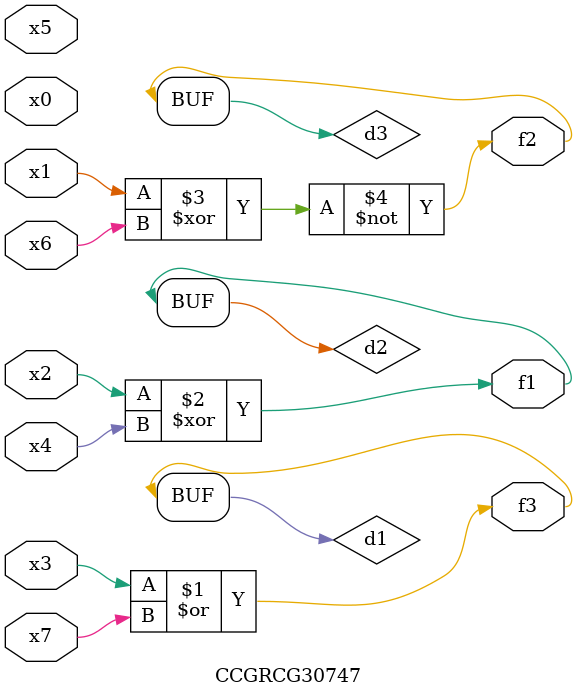
<source format=v>
module CCGRCG30747(
	input x0, x1, x2, x3, x4, x5, x6, x7,
	output f1, f2, f3
);

	wire d1, d2, d3;

	or (d1, x3, x7);
	xor (d2, x2, x4);
	xnor (d3, x1, x6);
	assign f1 = d2;
	assign f2 = d3;
	assign f3 = d1;
endmodule

</source>
